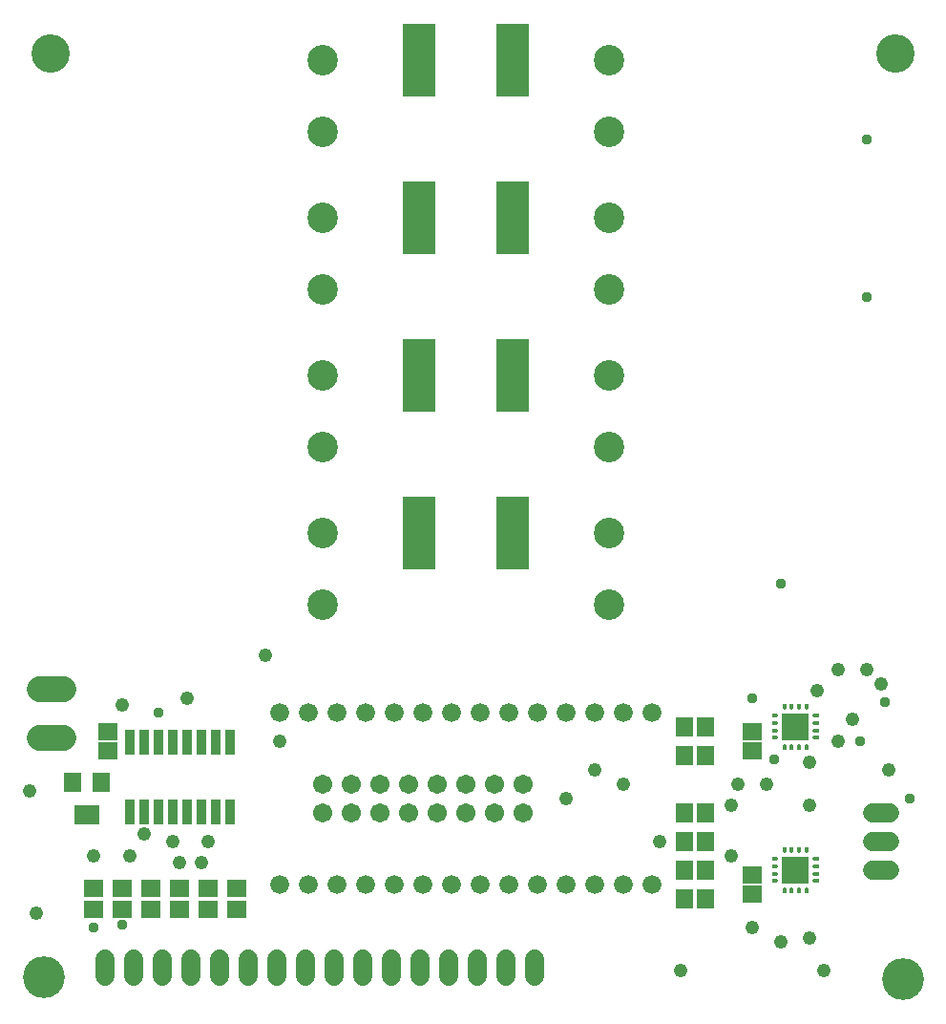
<source format=gts>
G75*
%MOIN*%
%OFA0B0*%
%FSLAX25Y25*%
%IPPOS*%
%LPD*%
%AMOC8*
5,1,8,0,0,1.08239X$1,22.5*
%
%ADD10C,0.14600*%
%ADD11C,0.13398*%
%ADD12R,0.06706X0.05918*%
%ADD13R,0.03400X0.08800*%
%ADD14R,0.11430X0.25209*%
%ADD15R,0.05918X0.07099*%
%ADD16R,0.07099X0.05918*%
%ADD17R,0.08674X0.07099*%
%ADD18C,0.01378*%
%ADD19R,0.01476X0.01378*%
%ADD20R,0.01378X0.01476*%
%ADD21R,0.09449X0.09449*%
%ADD22C,0.06800*%
%ADD23C,0.06600*%
%ADD24C,0.06737*%
%ADD25C,0.10643*%
%ADD26C,0.09068*%
%ADD27C,0.04762*%
%ADD28C,0.03778*%
D10*
X0019300Y0014300D03*
X0319300Y0013902D03*
D11*
X0316800Y0336800D03*
X0021800Y0336800D03*
D12*
X0041800Y0100146D03*
X0041800Y0093454D03*
X0266800Y0093454D03*
X0266800Y0100146D03*
X0266800Y0050146D03*
X0266800Y0043454D03*
D13*
X0084300Y0072200D03*
X0079300Y0072200D03*
X0074300Y0072200D03*
X0069300Y0072200D03*
X0064300Y0072200D03*
X0059300Y0072200D03*
X0054300Y0072200D03*
X0049300Y0072200D03*
X0049300Y0096400D03*
X0054300Y0096400D03*
X0059300Y0096400D03*
X0064300Y0096400D03*
X0069300Y0096400D03*
X0074300Y0096400D03*
X0079300Y0096400D03*
X0084300Y0096400D03*
D14*
X0150461Y0169300D03*
X0183139Y0169300D03*
X0183139Y0224300D03*
X0150461Y0224300D03*
X0150461Y0279300D03*
X0183139Y0279300D03*
X0183139Y0334300D03*
X0150461Y0334300D03*
D15*
X0243060Y0101800D03*
X0250540Y0101800D03*
X0250540Y0091800D03*
X0243060Y0091800D03*
X0243060Y0071800D03*
X0250540Y0071800D03*
X0250540Y0061800D03*
X0243060Y0061800D03*
X0243060Y0051800D03*
X0250540Y0051800D03*
X0250540Y0041800D03*
X0243060Y0041800D03*
X0039300Y0082509D03*
X0029300Y0082509D03*
D16*
X0036800Y0045540D03*
X0036800Y0038060D03*
X0046800Y0038060D03*
X0046800Y0045540D03*
X0056800Y0045540D03*
X0056800Y0038060D03*
X0066800Y0038060D03*
X0066800Y0045540D03*
X0076800Y0045540D03*
X0076800Y0038060D03*
X0086800Y0038060D03*
X0086800Y0045540D03*
D17*
X0034300Y0071091D03*
D18*
X0275107Y0055639D03*
X0275107Y0053080D03*
X0275107Y0050520D03*
X0275107Y0047961D03*
X0277961Y0045107D03*
X0280520Y0045107D03*
X0283080Y0045107D03*
X0285639Y0045107D03*
X0288493Y0047961D03*
X0288493Y0050520D03*
X0288493Y0053080D03*
X0288493Y0055639D03*
X0285639Y0058493D03*
X0283080Y0058493D03*
X0280520Y0058493D03*
X0277961Y0058493D03*
X0277961Y0095107D03*
X0280520Y0095107D03*
X0283080Y0095107D03*
X0285639Y0095107D03*
X0288493Y0097961D03*
X0288493Y0100520D03*
X0288493Y0103080D03*
X0288493Y0105639D03*
X0285639Y0108493D03*
X0283080Y0108493D03*
X0280520Y0108493D03*
X0277961Y0108493D03*
X0275107Y0105639D03*
X0275107Y0103080D03*
X0275107Y0100520D03*
X0275107Y0097961D03*
D19*
X0274369Y0097961D03*
X0274369Y0100520D03*
X0274369Y0103080D03*
X0274369Y0105639D03*
X0289231Y0105639D03*
X0289231Y0103080D03*
X0289231Y0100520D03*
X0289231Y0097961D03*
X0289231Y0055639D03*
X0289231Y0053080D03*
X0289231Y0050520D03*
X0289231Y0047961D03*
X0274369Y0047961D03*
X0274369Y0050520D03*
X0274369Y0053080D03*
X0274369Y0055639D03*
D20*
X0277961Y0059231D03*
X0280520Y0059231D03*
X0283080Y0059231D03*
X0285639Y0059231D03*
X0285639Y0044369D03*
X0283080Y0044369D03*
X0280520Y0044369D03*
X0277961Y0044369D03*
X0277961Y0094369D03*
X0280520Y0094369D03*
X0283080Y0094369D03*
X0285639Y0094369D03*
X0285639Y0109231D03*
X0283080Y0109231D03*
X0280520Y0109231D03*
X0277961Y0109231D03*
D21*
X0281800Y0101800D03*
X0281800Y0051800D03*
D22*
X0308800Y0051800D02*
X0314800Y0051800D01*
X0314800Y0061800D02*
X0308800Y0061800D01*
X0308800Y0071800D02*
X0314800Y0071800D01*
X0190800Y0020800D02*
X0190800Y0014800D01*
X0180800Y0014800D02*
X0180800Y0020800D01*
X0170800Y0020800D02*
X0170800Y0014800D01*
X0160800Y0014800D02*
X0160800Y0020800D01*
X0150800Y0020800D02*
X0150800Y0014800D01*
X0140800Y0014800D02*
X0140800Y0020800D01*
X0130800Y0020800D02*
X0130800Y0014800D01*
X0120800Y0014800D02*
X0120800Y0020800D01*
X0110800Y0020800D02*
X0110800Y0014800D01*
X0100800Y0014800D02*
X0100800Y0020800D01*
X0090800Y0020800D02*
X0090800Y0014800D01*
X0080800Y0014800D02*
X0080800Y0020800D01*
X0070800Y0020800D02*
X0070800Y0014800D01*
X0060800Y0014800D02*
X0060800Y0020800D01*
X0050800Y0020800D02*
X0050800Y0014800D01*
X0040800Y0014800D02*
X0040800Y0020800D01*
D23*
X0101800Y0046800D03*
X0111800Y0046800D03*
X0121800Y0046800D03*
X0131800Y0046800D03*
X0141800Y0046800D03*
X0151800Y0046800D03*
X0161800Y0046800D03*
X0171800Y0046800D03*
X0181800Y0046800D03*
X0191800Y0046800D03*
X0201800Y0046800D03*
X0211800Y0046800D03*
X0221800Y0046800D03*
X0231800Y0046800D03*
X0231800Y0106800D03*
X0221800Y0106800D03*
X0211800Y0106800D03*
X0201800Y0106800D03*
X0191800Y0106800D03*
X0181800Y0106800D03*
X0171800Y0106800D03*
X0161800Y0106800D03*
X0151800Y0106800D03*
X0141800Y0106800D03*
X0131800Y0106800D03*
X0121800Y0106800D03*
X0111800Y0106800D03*
X0101800Y0106800D03*
D24*
X0116800Y0081800D03*
X0116800Y0071800D03*
X0126800Y0071800D03*
X0126800Y0081800D03*
X0136800Y0081800D03*
X0136800Y0071800D03*
X0146800Y0071800D03*
X0146800Y0081800D03*
X0156800Y0081800D03*
X0156800Y0071800D03*
X0166800Y0071800D03*
X0166800Y0081800D03*
X0176800Y0081800D03*
X0176800Y0071800D03*
X0186800Y0071800D03*
X0186800Y0081800D03*
D25*
X0216800Y0144300D03*
X0216800Y0169300D03*
X0216800Y0199300D03*
X0216800Y0224300D03*
X0216800Y0254300D03*
X0216800Y0279300D03*
X0216800Y0309300D03*
X0216800Y0334300D03*
X0116800Y0334300D03*
X0116800Y0309300D03*
X0116800Y0279300D03*
X0116800Y0254300D03*
X0116800Y0224300D03*
X0116800Y0199300D03*
X0116800Y0169300D03*
X0116800Y0144300D03*
D26*
X0025934Y0115068D02*
X0017666Y0115068D01*
X0017666Y0098139D02*
X0025934Y0098139D01*
D27*
X0014300Y0079300D03*
X0036800Y0056800D03*
X0049300Y0056800D03*
X0054300Y0064300D03*
X0064300Y0061800D03*
X0066800Y0054300D03*
X0074300Y0054300D03*
X0076800Y0061800D03*
X0101800Y0096800D03*
X0096800Y0126800D03*
X0069300Y0111800D03*
X0046800Y0109300D03*
X0016800Y0036800D03*
X0201800Y0076800D03*
X0211800Y0086800D03*
X0221800Y0081800D03*
X0234300Y0061800D03*
X0259300Y0056800D03*
X0259300Y0074300D03*
X0261800Y0081800D03*
X0271800Y0081800D03*
X0286800Y0074300D03*
X0286800Y0089300D03*
X0296800Y0096800D03*
X0301800Y0104300D03*
X0311800Y0116800D03*
X0306800Y0121800D03*
X0296800Y0121800D03*
X0289300Y0114300D03*
X0314300Y0086800D03*
X0266800Y0031800D03*
X0276800Y0026800D03*
X0286800Y0027961D03*
X0291800Y0016800D03*
X0241800Y0016800D03*
D28*
X0274300Y0090550D03*
X0266800Y0111800D03*
X0276800Y0151800D03*
X0313050Y0110550D03*
X0304300Y0096800D03*
X0321800Y0076800D03*
X0306800Y0251800D03*
X0306800Y0306800D03*
X0059300Y0106800D03*
X0046800Y0032800D03*
X0036800Y0031800D03*
M02*

</source>
